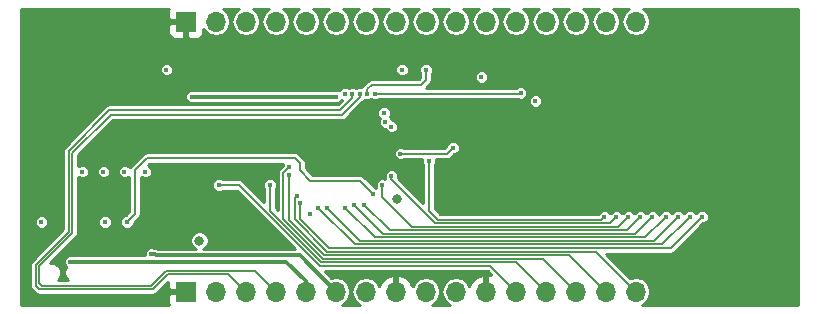
<source format=gbr>
G04 #@! TF.FileFunction,Copper,L4,Bot,Signal*
%FSLAX46Y46*%
G04 Gerber Fmt 4.6, Leading zero omitted, Abs format (unit mm)*
G04 Created by KiCad (PCBNEW 4.0.5) date 02/16/17 10:34:01*
%MOMM*%
%LPD*%
G01*
G04 APERTURE LIST*
%ADD10C,0.100000*%
%ADD11C,0.400000*%
%ADD12R,1.700000X1.700000*%
%ADD13O,1.700000X1.700000*%
%ADD14C,0.800000*%
%ADD15C,0.300000*%
%ADD16C,0.200000*%
%ADD17C,0.254000*%
G04 APERTURE END LIST*
D10*
D11*
X87500000Y-85000000D03*
X87500000Y-86000000D03*
X87500000Y-99000000D03*
X87500000Y-100000000D03*
X151500000Y-98000000D03*
X152500000Y-99000000D03*
X152500000Y-98000000D03*
X152500000Y-97000000D03*
X149500000Y-102000000D03*
X151500000Y-102000000D03*
X151500000Y-104000000D03*
X150500000Y-102000000D03*
X87500000Y-98000000D03*
X89500000Y-97000000D03*
X88500000Y-87000000D03*
X87500000Y-87000000D03*
X88500000Y-88000000D03*
X89500000Y-88000000D03*
X88500000Y-96000000D03*
X89500000Y-96000000D03*
X144000000Y-103000000D03*
X145000000Y-106000000D03*
X144000000Y-106000000D03*
X147000000Y-102000000D03*
X152500000Y-102000000D03*
X146000000Y-102000000D03*
X145000000Y-104000000D03*
X151500000Y-105000000D03*
X88500000Y-97000000D03*
X87500000Y-97000000D03*
X87500000Y-88000000D03*
X89500000Y-87000000D03*
X152500000Y-105000000D03*
X145000000Y-103000000D03*
X145000000Y-105000000D03*
X151500000Y-106000000D03*
X144000000Y-105000000D03*
X144000000Y-104000000D03*
X152500000Y-103000000D03*
X152500000Y-104000000D03*
X144000000Y-102000000D03*
X152500000Y-106000000D03*
X151500000Y-97000000D03*
X151500000Y-96000000D03*
X145000000Y-102000000D03*
X151500000Y-103000000D03*
X151500000Y-99000000D03*
X88500000Y-90000000D03*
X89500000Y-90000000D03*
X88500000Y-94000000D03*
X89500000Y-94000000D03*
X87500000Y-103000000D03*
X87500000Y-104000000D03*
X87500000Y-102000000D03*
X87500000Y-101000000D03*
X87500000Y-94000000D03*
X89500000Y-93000000D03*
X88500000Y-93000000D03*
X87500000Y-93000000D03*
X89500000Y-89000000D03*
X87500000Y-90000000D03*
X87500000Y-95000000D03*
X88500000Y-95000000D03*
X87500000Y-105000000D03*
X87500000Y-106000000D03*
X87500000Y-96000000D03*
X89500000Y-95000000D03*
X88500000Y-89000000D03*
X87500000Y-89000000D03*
X152500000Y-89000000D03*
X151500000Y-89000000D03*
X152500000Y-86000000D03*
X151500000Y-86000000D03*
X151500000Y-82000000D03*
X152500000Y-82000000D03*
X152500000Y-84000000D03*
X151500000Y-85000000D03*
X152500000Y-85000000D03*
X151500000Y-87000000D03*
X152500000Y-83000000D03*
X151500000Y-83000000D03*
X151500000Y-88000000D03*
X152500000Y-88000000D03*
X152500000Y-90000000D03*
X152500000Y-87000000D03*
X151500000Y-84000000D03*
X152500000Y-93000000D03*
X151500000Y-94000000D03*
X152500000Y-94000000D03*
X152500000Y-92000000D03*
X152500000Y-91000000D03*
X152500000Y-95000000D03*
X151500000Y-95000000D03*
X87500000Y-84000000D03*
X152500000Y-96000000D03*
X87500000Y-83000000D03*
D12*
X101092000Y-82550000D03*
D13*
X103632000Y-82550000D03*
X106172000Y-82550000D03*
X108712000Y-82550000D03*
X111252000Y-82550000D03*
X113792000Y-82550000D03*
X116332000Y-82550000D03*
X118872000Y-82550000D03*
X121412000Y-82550000D03*
X123952000Y-82550000D03*
X126492000Y-82550000D03*
X129032000Y-82550000D03*
X131572000Y-82550000D03*
X134112000Y-82550000D03*
X136652000Y-82550000D03*
X139192000Y-82550000D03*
D12*
X101092000Y-105410000D03*
D13*
X103632000Y-105410000D03*
X106172000Y-105410000D03*
X108712000Y-105410000D03*
X111252000Y-105410000D03*
X113792000Y-105410000D03*
X116332000Y-105410000D03*
X118872000Y-105410000D03*
X121412000Y-105410000D03*
X123952000Y-105410000D03*
X126492000Y-105410000D03*
X129032000Y-105410000D03*
X131572000Y-105410000D03*
X134112000Y-105410000D03*
X136652000Y-105410000D03*
X139192000Y-105410000D03*
D11*
X87500000Y-82000000D03*
X115714750Y-94886750D03*
X114602250Y-94886750D03*
X113489750Y-94886750D03*
X112377250Y-94886750D03*
X115714750Y-93774250D03*
X114602250Y-93774250D03*
X113489750Y-93774250D03*
X112377250Y-93774250D03*
X115714750Y-92661750D03*
X114602250Y-92661750D03*
X113489750Y-92661750D03*
X112377250Y-92661750D03*
X115714750Y-91549250D03*
X114602250Y-91549250D03*
X113489750Y-91549250D03*
X112377250Y-91549250D03*
X111633000Y-98806000D03*
X119380000Y-86614000D03*
X97663000Y-95250000D03*
X95885000Y-95250000D03*
X94107000Y-95250000D03*
X92329000Y-95250000D03*
X99441000Y-86614000D03*
X101600000Y-88900000D03*
X112268000Y-88900000D03*
X113792000Y-88900000D03*
X94260000Y-99500000D03*
X88860000Y-99500000D03*
X91313000Y-102870000D03*
X98171000Y-102235000D03*
X116967000Y-97155000D03*
X96100000Y-99500000D03*
D14*
X118999000Y-97536000D03*
X102235000Y-101092000D03*
D11*
X115824000Y-88646000D03*
X115189000Y-88646000D03*
X109855000Y-94869000D03*
X109855000Y-95504000D03*
X103886000Y-96393000D03*
X108204000Y-96393000D03*
X110490000Y-97282000D03*
X144780000Y-99060000D03*
X110744000Y-97917000D03*
X143764000Y-99060000D03*
X112268000Y-98298000D03*
X142748000Y-99060000D03*
X113030000Y-98298000D03*
X141732000Y-99060000D03*
X114554000Y-98298000D03*
X140589000Y-99060000D03*
X115316000Y-98044000D03*
X139573000Y-99060000D03*
X116205000Y-98044000D03*
X119253000Y-93726000D03*
X123698000Y-93218000D03*
X121412000Y-86614000D03*
X116459000Y-88646000D03*
X114554000Y-88646000D03*
X129421705Y-88585405D03*
X117094000Y-88646000D03*
X117856000Y-90297000D03*
X117983000Y-91059000D03*
X118491000Y-91440000D03*
X136525000Y-99060000D03*
X121666000Y-94361000D03*
X126111000Y-87249000D03*
X137541000Y-99060000D03*
X118491000Y-95631000D03*
X117729000Y-96393000D03*
X130683000Y-89281000D03*
X138557000Y-99060000D03*
D15*
X112268000Y-88900000D02*
X101600000Y-88900000D01*
X112268000Y-88900000D02*
X113665000Y-88900000D01*
X111252000Y-105410000D02*
X111252000Y-104521000D01*
X109601000Y-102870000D02*
X91313000Y-102870000D01*
X111252000Y-104521000D02*
X109601000Y-102870000D01*
X98453842Y-102235000D02*
X98171000Y-102235000D01*
X110724044Y-102342044D02*
X98560886Y-102342044D01*
X98560886Y-102342044D02*
X98453842Y-102235000D01*
X113792000Y-105410000D02*
X110724044Y-102342044D01*
D16*
X96100000Y-99500000D02*
X96774000Y-98826000D01*
X110744000Y-95123000D02*
X111633000Y-96012000D01*
X96774000Y-98826000D02*
X96774000Y-95123000D01*
X96774000Y-95123000D02*
X97790000Y-94107000D01*
X97790000Y-94107000D02*
X110363000Y-94107000D01*
X115824000Y-96012000D02*
X116967000Y-97155000D01*
X110363000Y-94107000D02*
X110744000Y-94488000D01*
X110744000Y-94488000D02*
X110744000Y-95123000D01*
X111633000Y-96012000D02*
X115824000Y-96012000D01*
X114300000Y-90424000D02*
X115824000Y-88900000D01*
X94742000Y-90424000D02*
X114300000Y-90424000D01*
X91486011Y-93679989D02*
X94742000Y-90424000D01*
X91486011Y-100454268D02*
X91486011Y-93679989D01*
X88900000Y-104902000D02*
X88692011Y-104694011D01*
X88692011Y-103248267D02*
X91486011Y-100454268D01*
X88692011Y-104694011D02*
X88692011Y-103248267D01*
X98171000Y-104902000D02*
X88900000Y-104902000D01*
X106934000Y-103632000D02*
X99441000Y-103632000D01*
X108712000Y-105410000D02*
X106934000Y-103632000D01*
X99441000Y-103632000D02*
X98171000Y-104902000D01*
X115824000Y-88646000D02*
X115824000Y-88900000D01*
X106172000Y-105410000D02*
X104694011Y-103932011D01*
X104694011Y-103932011D02*
X99565268Y-103932011D01*
X99565268Y-103932011D02*
X98295268Y-105202011D01*
X91186000Y-100330000D02*
X91186000Y-93472000D01*
X98295268Y-105202011D02*
X88692011Y-105202011D01*
X88692011Y-105202011D02*
X88392000Y-104902000D01*
X88392000Y-104902000D02*
X88392000Y-103124000D01*
X88392000Y-103124000D02*
X91186000Y-100330000D01*
X115189000Y-89027000D02*
X115189000Y-88646000D01*
X91186000Y-93472000D02*
X94615000Y-90043000D01*
X94615000Y-90043000D02*
X114173000Y-90043000D01*
X114173000Y-90043000D02*
X115189000Y-89027000D01*
X133262001Y-104560001D02*
X134112000Y-105410000D01*
X131316119Y-102614119D02*
X133262001Y-104560001D01*
X112687562Y-102614119D02*
X131316119Y-102614119D01*
X109347000Y-99273557D02*
X112687562Y-102614119D01*
X109347000Y-95377000D02*
X109347000Y-99273557D01*
X109855000Y-94869000D02*
X109347000Y-95377000D01*
X112811830Y-102314108D02*
X133556108Y-102314108D01*
X133556108Y-102314108D02*
X135802001Y-104560001D01*
X135802001Y-104560001D02*
X136652000Y-105410000D01*
X109855000Y-99357278D02*
X112811830Y-102314108D01*
X109855000Y-95504000D02*
X109855000Y-99357278D01*
X105617885Y-96393000D02*
X112439026Y-103214141D01*
X128182001Y-104560001D02*
X129032000Y-105410000D01*
X112439026Y-103214141D02*
X126836141Y-103214141D01*
X103886000Y-96393000D02*
X105617885Y-96393000D01*
X126836141Y-103214141D02*
X128182001Y-104560001D01*
X129076130Y-102914130D02*
X130722001Y-104560001D01*
X108204000Y-96393000D02*
X108204000Y-98554836D01*
X130722001Y-104560001D02*
X131572000Y-105410000D01*
X112563294Y-102914130D02*
X129076130Y-102914130D01*
X108204000Y-98554836D02*
X112563294Y-102914130D01*
X110290001Y-99284280D02*
X113019818Y-102014097D01*
X113019818Y-102014097D02*
X135796097Y-102014097D01*
X110290001Y-97481999D02*
X110290001Y-99284280D01*
X110490000Y-97282000D02*
X110290001Y-97481999D01*
X135796097Y-102014097D02*
X138342001Y-104560001D01*
X138342001Y-104560001D02*
X139192000Y-105410000D01*
X144580001Y-99259999D02*
X144780000Y-99060000D01*
X110744000Y-99230279D02*
X113227807Y-101714086D01*
X113227807Y-101714086D02*
X142125914Y-101714086D01*
X142125914Y-101714086D02*
X144580001Y-99259999D01*
X110744000Y-97917000D02*
X110744000Y-99230279D01*
X143564001Y-99259999D02*
X143764000Y-99060000D01*
X112268000Y-98298000D02*
X115384075Y-101414075D01*
X115384075Y-101414075D02*
X141409925Y-101414075D01*
X141409925Y-101414075D02*
X143564001Y-99259999D01*
X142548001Y-99259999D02*
X142748000Y-99060000D01*
X140693936Y-101114064D02*
X142548001Y-99259999D01*
X115846064Y-101114064D02*
X140693936Y-101114064D01*
X113030000Y-98298000D02*
X115846064Y-101114064D01*
X141532001Y-99259999D02*
X141732000Y-99060000D01*
X114554000Y-98298000D02*
X117070053Y-100814053D01*
X117070053Y-100814053D02*
X139977947Y-100814053D01*
X139977947Y-100814053D02*
X141532001Y-99259999D01*
X139134958Y-100514042D02*
X140389001Y-99259999D01*
X115316000Y-98044000D02*
X117786042Y-100514042D01*
X140389001Y-99259999D02*
X140589000Y-99060000D01*
X117786042Y-100514042D02*
X139134958Y-100514042D01*
X138418969Y-100214031D02*
X139373001Y-99259999D01*
X139373001Y-99259999D02*
X139573000Y-99060000D01*
X118375031Y-100214031D02*
X138418969Y-100214031D01*
X116205000Y-98044000D02*
X118375031Y-100214031D01*
X123190000Y-93726000D02*
X119253000Y-93726000D01*
X123698000Y-93218000D02*
X123190000Y-93726000D01*
X116459000Y-88646000D02*
X116459000Y-88265000D01*
X121412000Y-87503000D02*
X121412000Y-86614000D01*
X121031000Y-87884000D02*
X121412000Y-87503000D01*
X116840000Y-87884000D02*
X121031000Y-87884000D01*
X116459000Y-88265000D02*
X116840000Y-87884000D01*
X117094000Y-88646000D02*
X129361110Y-88646000D01*
X129361110Y-88646000D02*
X129421705Y-88585405D01*
X122428000Y-99314000D02*
X136271000Y-99314000D01*
X136271000Y-99314000D02*
X136525000Y-99060000D01*
X121666000Y-98552000D02*
X122428000Y-99314000D01*
X121666000Y-94361000D02*
X121666000Y-98552000D01*
X118491000Y-95913842D02*
X122191167Y-99614009D01*
X137341001Y-99259999D02*
X137541000Y-99060000D01*
X136986991Y-99614009D02*
X137341001Y-99259999D01*
X122191167Y-99614009D02*
X136986991Y-99614009D01*
X118491000Y-95631000D02*
X118491000Y-95913842D01*
X138557000Y-99060000D02*
X137702980Y-99914020D01*
X137702980Y-99914020D02*
X120234020Y-99914020D01*
X120234020Y-99914020D02*
X117729000Y-97409000D01*
X117729000Y-97409000D02*
X117729000Y-96393000D01*
D17*
G36*
X99607000Y-81573691D02*
X99607000Y-82264250D01*
X99765750Y-82423000D01*
X100965000Y-82423000D01*
X100965000Y-82403000D01*
X101219000Y-82403000D01*
X101219000Y-82423000D01*
X101239000Y-82423000D01*
X101239000Y-82677000D01*
X101219000Y-82677000D01*
X101219000Y-83876250D01*
X101377750Y-84035000D01*
X102068310Y-84035000D01*
X102301699Y-83938327D01*
X102480327Y-83759698D01*
X102577000Y-83526309D01*
X102577000Y-83168364D01*
X102761552Y-83444565D01*
X103160917Y-83711413D01*
X103632000Y-83805117D01*
X104103083Y-83711413D01*
X104502448Y-83444565D01*
X104769296Y-83045200D01*
X104863000Y-82574117D01*
X104863000Y-82525883D01*
X104769296Y-82054800D01*
X104502448Y-81655435D01*
X104203973Y-81456000D01*
X105600027Y-81456000D01*
X105301552Y-81655435D01*
X105034704Y-82054800D01*
X104941000Y-82525883D01*
X104941000Y-82574117D01*
X105034704Y-83045200D01*
X105301552Y-83444565D01*
X105700917Y-83711413D01*
X106172000Y-83805117D01*
X106643083Y-83711413D01*
X107042448Y-83444565D01*
X107309296Y-83045200D01*
X107403000Y-82574117D01*
X107403000Y-82525883D01*
X107309296Y-82054800D01*
X107042448Y-81655435D01*
X106743973Y-81456000D01*
X108140027Y-81456000D01*
X107841552Y-81655435D01*
X107574704Y-82054800D01*
X107481000Y-82525883D01*
X107481000Y-82574117D01*
X107574704Y-83045200D01*
X107841552Y-83444565D01*
X108240917Y-83711413D01*
X108712000Y-83805117D01*
X109183083Y-83711413D01*
X109582448Y-83444565D01*
X109849296Y-83045200D01*
X109943000Y-82574117D01*
X109943000Y-82525883D01*
X109849296Y-82054800D01*
X109582448Y-81655435D01*
X109283973Y-81456000D01*
X110680027Y-81456000D01*
X110381552Y-81655435D01*
X110114704Y-82054800D01*
X110021000Y-82525883D01*
X110021000Y-82574117D01*
X110114704Y-83045200D01*
X110381552Y-83444565D01*
X110780917Y-83711413D01*
X111252000Y-83805117D01*
X111723083Y-83711413D01*
X112122448Y-83444565D01*
X112389296Y-83045200D01*
X112483000Y-82574117D01*
X112483000Y-82525883D01*
X112389296Y-82054800D01*
X112122448Y-81655435D01*
X111823973Y-81456000D01*
X113220027Y-81456000D01*
X112921552Y-81655435D01*
X112654704Y-82054800D01*
X112561000Y-82525883D01*
X112561000Y-82574117D01*
X112654704Y-83045200D01*
X112921552Y-83444565D01*
X113320917Y-83711413D01*
X113792000Y-83805117D01*
X114263083Y-83711413D01*
X114662448Y-83444565D01*
X114929296Y-83045200D01*
X115023000Y-82574117D01*
X115023000Y-82525883D01*
X114929296Y-82054800D01*
X114662448Y-81655435D01*
X114363973Y-81456000D01*
X115760027Y-81456000D01*
X115461552Y-81655435D01*
X115194704Y-82054800D01*
X115101000Y-82525883D01*
X115101000Y-82574117D01*
X115194704Y-83045200D01*
X115461552Y-83444565D01*
X115860917Y-83711413D01*
X116332000Y-83805117D01*
X116803083Y-83711413D01*
X117202448Y-83444565D01*
X117469296Y-83045200D01*
X117563000Y-82574117D01*
X117563000Y-82525883D01*
X117469296Y-82054800D01*
X117202448Y-81655435D01*
X116903973Y-81456000D01*
X118300027Y-81456000D01*
X118001552Y-81655435D01*
X117734704Y-82054800D01*
X117641000Y-82525883D01*
X117641000Y-82574117D01*
X117734704Y-83045200D01*
X118001552Y-83444565D01*
X118400917Y-83711413D01*
X118872000Y-83805117D01*
X119343083Y-83711413D01*
X119742448Y-83444565D01*
X120009296Y-83045200D01*
X120103000Y-82574117D01*
X120103000Y-82525883D01*
X120009296Y-82054800D01*
X119742448Y-81655435D01*
X119443973Y-81456000D01*
X120840027Y-81456000D01*
X120541552Y-81655435D01*
X120274704Y-82054800D01*
X120181000Y-82525883D01*
X120181000Y-82574117D01*
X120274704Y-83045200D01*
X120541552Y-83444565D01*
X120940917Y-83711413D01*
X121412000Y-83805117D01*
X121883083Y-83711413D01*
X122282448Y-83444565D01*
X122549296Y-83045200D01*
X122643000Y-82574117D01*
X122643000Y-82525883D01*
X122549296Y-82054800D01*
X122282448Y-81655435D01*
X121983973Y-81456000D01*
X123380027Y-81456000D01*
X123081552Y-81655435D01*
X122814704Y-82054800D01*
X122721000Y-82525883D01*
X122721000Y-82574117D01*
X122814704Y-83045200D01*
X123081552Y-83444565D01*
X123480917Y-83711413D01*
X123952000Y-83805117D01*
X124423083Y-83711413D01*
X124822448Y-83444565D01*
X125089296Y-83045200D01*
X125183000Y-82574117D01*
X125183000Y-82525883D01*
X125089296Y-82054800D01*
X124822448Y-81655435D01*
X124523973Y-81456000D01*
X125920027Y-81456000D01*
X125621552Y-81655435D01*
X125354704Y-82054800D01*
X125261000Y-82525883D01*
X125261000Y-82574117D01*
X125354704Y-83045200D01*
X125621552Y-83444565D01*
X126020917Y-83711413D01*
X126492000Y-83805117D01*
X126963083Y-83711413D01*
X127362448Y-83444565D01*
X127629296Y-83045200D01*
X127723000Y-82574117D01*
X127723000Y-82525883D01*
X127629296Y-82054800D01*
X127362448Y-81655435D01*
X127063973Y-81456000D01*
X128460027Y-81456000D01*
X128161552Y-81655435D01*
X127894704Y-82054800D01*
X127801000Y-82525883D01*
X127801000Y-82574117D01*
X127894704Y-83045200D01*
X128161552Y-83444565D01*
X128560917Y-83711413D01*
X129032000Y-83805117D01*
X129503083Y-83711413D01*
X129902448Y-83444565D01*
X130169296Y-83045200D01*
X130263000Y-82574117D01*
X130263000Y-82525883D01*
X130169296Y-82054800D01*
X129902448Y-81655435D01*
X129603973Y-81456000D01*
X131000027Y-81456000D01*
X130701552Y-81655435D01*
X130434704Y-82054800D01*
X130341000Y-82525883D01*
X130341000Y-82574117D01*
X130434704Y-83045200D01*
X130701552Y-83444565D01*
X131100917Y-83711413D01*
X131572000Y-83805117D01*
X132043083Y-83711413D01*
X132442448Y-83444565D01*
X132709296Y-83045200D01*
X132803000Y-82574117D01*
X132803000Y-82525883D01*
X132709296Y-82054800D01*
X132442448Y-81655435D01*
X132143973Y-81456000D01*
X133540027Y-81456000D01*
X133241552Y-81655435D01*
X132974704Y-82054800D01*
X132881000Y-82525883D01*
X132881000Y-82574117D01*
X132974704Y-83045200D01*
X133241552Y-83444565D01*
X133640917Y-83711413D01*
X134112000Y-83805117D01*
X134583083Y-83711413D01*
X134982448Y-83444565D01*
X135249296Y-83045200D01*
X135343000Y-82574117D01*
X135343000Y-82525883D01*
X135249296Y-82054800D01*
X134982448Y-81655435D01*
X134683973Y-81456000D01*
X136080027Y-81456000D01*
X135781552Y-81655435D01*
X135514704Y-82054800D01*
X135421000Y-82525883D01*
X135421000Y-82574117D01*
X135514704Y-83045200D01*
X135781552Y-83444565D01*
X136180917Y-83711413D01*
X136652000Y-83805117D01*
X137123083Y-83711413D01*
X137522448Y-83444565D01*
X137789296Y-83045200D01*
X137883000Y-82574117D01*
X137883000Y-82525883D01*
X137789296Y-82054800D01*
X137522448Y-81655435D01*
X137223973Y-81456000D01*
X138620027Y-81456000D01*
X138321552Y-81655435D01*
X138054704Y-82054800D01*
X137961000Y-82525883D01*
X137961000Y-82574117D01*
X138054704Y-83045200D01*
X138321552Y-83444565D01*
X138720917Y-83711413D01*
X139192000Y-83805117D01*
X139663083Y-83711413D01*
X140062448Y-83444565D01*
X140329296Y-83045200D01*
X140423000Y-82574117D01*
X140423000Y-82525883D01*
X140329296Y-82054800D01*
X140062448Y-81655435D01*
X139763973Y-81456000D01*
X152873000Y-81456000D01*
X152873000Y-106544000D01*
X139704109Y-106544000D01*
X140062448Y-106304565D01*
X140329296Y-105905200D01*
X140423000Y-105434117D01*
X140423000Y-105385883D01*
X140329296Y-104914800D01*
X140062448Y-104515435D01*
X139663083Y-104248587D01*
X139192000Y-104154883D01*
X138720917Y-104248587D01*
X138714866Y-104252630D01*
X136657322Y-102195086D01*
X142125914Y-102195086D01*
X142309985Y-102158472D01*
X142466032Y-102054204D01*
X144879150Y-99641086D01*
X144895061Y-99641100D01*
X145108680Y-99552835D01*
X145272260Y-99389540D01*
X145360898Y-99176075D01*
X145361100Y-98944939D01*
X145272835Y-98731320D01*
X145109540Y-98567740D01*
X144896075Y-98479102D01*
X144664939Y-98478900D01*
X144451320Y-98567165D01*
X144287740Y-98730460D01*
X144272071Y-98768195D01*
X144256835Y-98731320D01*
X144093540Y-98567740D01*
X143880075Y-98479102D01*
X143648939Y-98478900D01*
X143435320Y-98567165D01*
X143271740Y-98730460D01*
X143256071Y-98768195D01*
X143240835Y-98731320D01*
X143077540Y-98567740D01*
X142864075Y-98479102D01*
X142632939Y-98478900D01*
X142419320Y-98567165D01*
X142255740Y-98730460D01*
X142240071Y-98768195D01*
X142224835Y-98731320D01*
X142061540Y-98567740D01*
X141848075Y-98479102D01*
X141616939Y-98478900D01*
X141403320Y-98567165D01*
X141239740Y-98730460D01*
X141160414Y-98921498D01*
X141081835Y-98731320D01*
X140918540Y-98567740D01*
X140705075Y-98479102D01*
X140473939Y-98478900D01*
X140260320Y-98567165D01*
X140096740Y-98730460D01*
X140081071Y-98768195D01*
X140065835Y-98731320D01*
X139902540Y-98567740D01*
X139689075Y-98479102D01*
X139457939Y-98478900D01*
X139244320Y-98567165D01*
X139080740Y-98730460D01*
X139065071Y-98768195D01*
X139049835Y-98731320D01*
X138886540Y-98567740D01*
X138673075Y-98479102D01*
X138441939Y-98478900D01*
X138228320Y-98567165D01*
X138064740Y-98730460D01*
X138049071Y-98768195D01*
X138033835Y-98731320D01*
X137870540Y-98567740D01*
X137657075Y-98479102D01*
X137425939Y-98478900D01*
X137212320Y-98567165D01*
X137048740Y-98730460D01*
X137033071Y-98768195D01*
X137017835Y-98731320D01*
X136854540Y-98567740D01*
X136641075Y-98479102D01*
X136409939Y-98478900D01*
X136196320Y-98567165D01*
X136032740Y-98730460D01*
X135990162Y-98833000D01*
X122627237Y-98833000D01*
X122147000Y-98352764D01*
X122147000Y-94701780D01*
X122158260Y-94690540D01*
X122246898Y-94477075D01*
X122247100Y-94245939D01*
X122231011Y-94207000D01*
X123190000Y-94207000D01*
X123374071Y-94170386D01*
X123530118Y-94066118D01*
X123797150Y-93799086D01*
X123813061Y-93799100D01*
X124026680Y-93710835D01*
X124190260Y-93547540D01*
X124278898Y-93334075D01*
X124279100Y-93102939D01*
X124190835Y-92889320D01*
X124027540Y-92725740D01*
X123814075Y-92637102D01*
X123582939Y-92636900D01*
X123369320Y-92725165D01*
X123205740Y-92888460D01*
X123117102Y-93101925D01*
X123117087Y-93118676D01*
X122990764Y-93245000D01*
X119593780Y-93245000D01*
X119582540Y-93233740D01*
X119369075Y-93145102D01*
X119137939Y-93144900D01*
X118924320Y-93233165D01*
X118760740Y-93396460D01*
X118672102Y-93609925D01*
X118671900Y-93841061D01*
X118760165Y-94054680D01*
X118923460Y-94218260D01*
X119136925Y-94306898D01*
X119368061Y-94307100D01*
X119581680Y-94218835D01*
X119593536Y-94207000D01*
X121100850Y-94207000D01*
X121085102Y-94244925D01*
X121084900Y-94476061D01*
X121173165Y-94689680D01*
X121185000Y-94701536D01*
X121185000Y-97927605D01*
X119052114Y-95794720D01*
X119071898Y-95747075D01*
X119072100Y-95515939D01*
X118983835Y-95302320D01*
X118820540Y-95138740D01*
X118607075Y-95050102D01*
X118375939Y-95049900D01*
X118162320Y-95138165D01*
X117998740Y-95301460D01*
X117910102Y-95514925D01*
X117909900Y-95746061D01*
X117956264Y-95858272D01*
X117845075Y-95812102D01*
X117613939Y-95811900D01*
X117400320Y-95900165D01*
X117236740Y-96063460D01*
X117148102Y-96276925D01*
X117147900Y-96508061D01*
X117194264Y-96620272D01*
X117083075Y-96574102D01*
X117066323Y-96574087D01*
X116164118Y-95671882D01*
X116008071Y-95567614D01*
X116006925Y-95567386D01*
X115824000Y-95531000D01*
X111832236Y-95531000D01*
X111225000Y-94923764D01*
X111225000Y-94488000D01*
X111188386Y-94303929D01*
X111084118Y-94147881D01*
X110703118Y-93766882D01*
X110547071Y-93662614D01*
X110363000Y-93626000D01*
X97790000Y-93626000D01*
X97605929Y-93662614D01*
X97533762Y-93710835D01*
X97449882Y-93766882D01*
X96433882Y-94782882D01*
X96355997Y-94899444D01*
X96214540Y-94757740D01*
X96001075Y-94669102D01*
X95769939Y-94668900D01*
X95556320Y-94757165D01*
X95392740Y-94920460D01*
X95304102Y-95133925D01*
X95303900Y-95365061D01*
X95392165Y-95578680D01*
X95555460Y-95742260D01*
X95768925Y-95830898D01*
X96000061Y-95831100D01*
X96213680Y-95742835D01*
X96293000Y-95663653D01*
X96293000Y-98626764D01*
X96000850Y-98918914D01*
X95984939Y-98918900D01*
X95771320Y-99007165D01*
X95607740Y-99170460D01*
X95519102Y-99383925D01*
X95518900Y-99615061D01*
X95607165Y-99828680D01*
X95770460Y-99992260D01*
X95983925Y-100080898D01*
X96215061Y-100081100D01*
X96428680Y-99992835D01*
X96592260Y-99829540D01*
X96680898Y-99616075D01*
X96680913Y-99599323D01*
X97114118Y-99166118D01*
X97165322Y-99089486D01*
X97218386Y-99010071D01*
X97255000Y-98826000D01*
X97255000Y-95663663D01*
X97333460Y-95742260D01*
X97546925Y-95830898D01*
X97778061Y-95831100D01*
X97991680Y-95742835D01*
X98155260Y-95579540D01*
X98243898Y-95366075D01*
X98244100Y-95134939D01*
X98155835Y-94921320D01*
X97992540Y-94757740D01*
X97870268Y-94706968D01*
X97989236Y-94588000D01*
X109342585Y-94588000D01*
X109274102Y-94752925D01*
X109274087Y-94769676D01*
X109006882Y-95036882D01*
X108902614Y-95192929D01*
X108866000Y-95377000D01*
X108866000Y-98536600D01*
X108685000Y-98355600D01*
X108685000Y-96733780D01*
X108696260Y-96722540D01*
X108784898Y-96509075D01*
X108785100Y-96277939D01*
X108696835Y-96064320D01*
X108533540Y-95900740D01*
X108320075Y-95812102D01*
X108088939Y-95811900D01*
X107875320Y-95900165D01*
X107711740Y-96063460D01*
X107623102Y-96276925D01*
X107622900Y-96508061D01*
X107711165Y-96721680D01*
X107723000Y-96733536D01*
X107723000Y-97817879D01*
X105958003Y-96052882D01*
X105801956Y-95948614D01*
X105617885Y-95912000D01*
X104226780Y-95912000D01*
X104215540Y-95900740D01*
X104002075Y-95812102D01*
X103770939Y-95811900D01*
X103557320Y-95900165D01*
X103393740Y-96063460D01*
X103305102Y-96276925D01*
X103304900Y-96508061D01*
X103393165Y-96721680D01*
X103556460Y-96885260D01*
X103769925Y-96973898D01*
X104001061Y-96974100D01*
X104214680Y-96885835D01*
X104226536Y-96874000D01*
X105418649Y-96874000D01*
X110355693Y-101811044D01*
X102539943Y-101811044D01*
X102676823Y-101754486D01*
X102896714Y-101534979D01*
X103015864Y-101248032D01*
X103016136Y-100937331D01*
X102897486Y-100650177D01*
X102677979Y-100430286D01*
X102391032Y-100311136D01*
X102080331Y-100310864D01*
X101793177Y-100429514D01*
X101573286Y-100649021D01*
X101454136Y-100935968D01*
X101453864Y-101246669D01*
X101572514Y-101533823D01*
X101792021Y-101753714D01*
X101930088Y-101811044D01*
X98756757Y-101811044D01*
X98657047Y-101744420D01*
X98453842Y-101704000D01*
X98407243Y-101704000D01*
X98287075Y-101654102D01*
X98055939Y-101653900D01*
X97842320Y-101742165D01*
X97678740Y-101905460D01*
X97590102Y-102118925D01*
X97589910Y-102339000D01*
X91549243Y-102339000D01*
X91429075Y-102289102D01*
X91197939Y-102288900D01*
X90984320Y-102377165D01*
X90820740Y-102540460D01*
X90732102Y-102753925D01*
X90731900Y-102985061D01*
X90820165Y-103198680D01*
X90935827Y-103314544D01*
X90898786Y-103351521D01*
X90779636Y-103638468D01*
X90779364Y-103949169D01*
X90898014Y-104236323D01*
X91082368Y-104421000D01*
X90238372Y-104421000D01*
X90422214Y-104237479D01*
X90541364Y-103950532D01*
X90541636Y-103639831D01*
X90422986Y-103352677D01*
X90203479Y-103132786D01*
X89916532Y-103013636D01*
X89607149Y-103013365D01*
X91826129Y-100794386D01*
X91930397Y-100638339D01*
X91955115Y-100514071D01*
X91967011Y-100454268D01*
X91967011Y-99615061D01*
X93678900Y-99615061D01*
X93767165Y-99828680D01*
X93930460Y-99992260D01*
X94143925Y-100080898D01*
X94375061Y-100081100D01*
X94588680Y-99992835D01*
X94752260Y-99829540D01*
X94840898Y-99616075D01*
X94841100Y-99384939D01*
X94752835Y-99171320D01*
X94589540Y-99007740D01*
X94376075Y-98919102D01*
X94144939Y-98918900D01*
X93931320Y-99007165D01*
X93767740Y-99170460D01*
X93679102Y-99383925D01*
X93678900Y-99615061D01*
X91967011Y-99615061D01*
X91967011Y-95709754D01*
X91999460Y-95742260D01*
X92212925Y-95830898D01*
X92444061Y-95831100D01*
X92657680Y-95742835D01*
X92821260Y-95579540D01*
X92909898Y-95366075D01*
X92909898Y-95365061D01*
X93525900Y-95365061D01*
X93614165Y-95578680D01*
X93777460Y-95742260D01*
X93990925Y-95830898D01*
X94222061Y-95831100D01*
X94435680Y-95742835D01*
X94599260Y-95579540D01*
X94687898Y-95366075D01*
X94688100Y-95134939D01*
X94599835Y-94921320D01*
X94436540Y-94757740D01*
X94223075Y-94669102D01*
X93991939Y-94668900D01*
X93778320Y-94757165D01*
X93614740Y-94920460D01*
X93526102Y-95133925D01*
X93525900Y-95365061D01*
X92909898Y-95365061D01*
X92910100Y-95134939D01*
X92821835Y-94921320D01*
X92658540Y-94757740D01*
X92445075Y-94669102D01*
X92213939Y-94668900D01*
X92000320Y-94757165D01*
X91967011Y-94790416D01*
X91967011Y-93879225D01*
X94941237Y-90905000D01*
X114300000Y-90905000D01*
X114484071Y-90868386D01*
X114640118Y-90764118D01*
X114992175Y-90412061D01*
X117274900Y-90412061D01*
X117363165Y-90625680D01*
X117483697Y-90746422D01*
X117402102Y-90942925D01*
X117401900Y-91174061D01*
X117490165Y-91387680D01*
X117653460Y-91551260D01*
X117866925Y-91639898D01*
X117944982Y-91639966D01*
X117998165Y-91768680D01*
X118161460Y-91932260D01*
X118374925Y-92020898D01*
X118606061Y-92021100D01*
X118819680Y-91932835D01*
X118983260Y-91769540D01*
X119071898Y-91556075D01*
X119072100Y-91324939D01*
X118983835Y-91111320D01*
X118820540Y-90947740D01*
X118607075Y-90859102D01*
X118529018Y-90859034D01*
X118475835Y-90730320D01*
X118355303Y-90609578D01*
X118436898Y-90413075D01*
X118437100Y-90181939D01*
X118348835Y-89968320D01*
X118185540Y-89804740D01*
X117972075Y-89716102D01*
X117740939Y-89715900D01*
X117527320Y-89804165D01*
X117363740Y-89967460D01*
X117275102Y-90180925D01*
X117274900Y-90412061D01*
X114992175Y-90412061D01*
X116008175Y-89396061D01*
X130101900Y-89396061D01*
X130190165Y-89609680D01*
X130353460Y-89773260D01*
X130566925Y-89861898D01*
X130798061Y-89862100D01*
X131011680Y-89773835D01*
X131175260Y-89610540D01*
X131263898Y-89397075D01*
X131264100Y-89165939D01*
X131175835Y-88952320D01*
X131012540Y-88788740D01*
X130799075Y-88700102D01*
X130567939Y-88699900D01*
X130354320Y-88788165D01*
X130190740Y-88951460D01*
X130102102Y-89164925D01*
X130101900Y-89396061D01*
X116008175Y-89396061D01*
X116164118Y-89240119D01*
X116209869Y-89171648D01*
X116342925Y-89226898D01*
X116574061Y-89227100D01*
X116776735Y-89143357D01*
X116977925Y-89226898D01*
X117209061Y-89227100D01*
X117422680Y-89138835D01*
X117434536Y-89127000D01*
X129210977Y-89127000D01*
X129305630Y-89166303D01*
X129536766Y-89166505D01*
X129750385Y-89078240D01*
X129913965Y-88914945D01*
X130002603Y-88701480D01*
X130002805Y-88470344D01*
X129914540Y-88256725D01*
X129751245Y-88093145D01*
X129537780Y-88004507D01*
X129306644Y-88004305D01*
X129093025Y-88092570D01*
X129020469Y-88165000D01*
X121430236Y-88165000D01*
X121752118Y-87843119D01*
X121856386Y-87687071D01*
X121878145Y-87577680D01*
X121893000Y-87503000D01*
X121893000Y-87364061D01*
X125529900Y-87364061D01*
X125618165Y-87577680D01*
X125781460Y-87741260D01*
X125994925Y-87829898D01*
X126226061Y-87830100D01*
X126439680Y-87741835D01*
X126603260Y-87578540D01*
X126691898Y-87365075D01*
X126692100Y-87133939D01*
X126603835Y-86920320D01*
X126440540Y-86756740D01*
X126227075Y-86668102D01*
X125995939Y-86667900D01*
X125782320Y-86756165D01*
X125618740Y-86919460D01*
X125530102Y-87132925D01*
X125529900Y-87364061D01*
X121893000Y-87364061D01*
X121893000Y-86954780D01*
X121904260Y-86943540D01*
X121992898Y-86730075D01*
X121993100Y-86498939D01*
X121904835Y-86285320D01*
X121741540Y-86121740D01*
X121528075Y-86033102D01*
X121296939Y-86032900D01*
X121083320Y-86121165D01*
X120919740Y-86284460D01*
X120831102Y-86497925D01*
X120830900Y-86729061D01*
X120919165Y-86942680D01*
X120931000Y-86954536D01*
X120931000Y-87303763D01*
X120831764Y-87403000D01*
X116840000Y-87403000D01*
X116655929Y-87439614D01*
X116499881Y-87543882D01*
X116118882Y-87924882D01*
X116014614Y-88080929D01*
X116011835Y-88094899D01*
X115940075Y-88065102D01*
X115708939Y-88064900D01*
X115506265Y-88148643D01*
X115305075Y-88065102D01*
X115073939Y-88064900D01*
X114871265Y-88148643D01*
X114670075Y-88065102D01*
X114438939Y-88064900D01*
X114225320Y-88153165D01*
X114061740Y-88316460D01*
X114038206Y-88373137D01*
X113908075Y-88319102D01*
X113676939Y-88318900D01*
X113555687Y-88369000D01*
X112504243Y-88369000D01*
X112384075Y-88319102D01*
X112152939Y-88318900D01*
X112031687Y-88369000D01*
X101836243Y-88369000D01*
X101716075Y-88319102D01*
X101484939Y-88318900D01*
X101271320Y-88407165D01*
X101107740Y-88570460D01*
X101019102Y-88783925D01*
X101018900Y-89015061D01*
X101107165Y-89228680D01*
X101270460Y-89392260D01*
X101483925Y-89480898D01*
X101715061Y-89481100D01*
X101836313Y-89431000D01*
X112031757Y-89431000D01*
X112151925Y-89480898D01*
X112383061Y-89481100D01*
X112504313Y-89431000D01*
X113555757Y-89431000D01*
X113675925Y-89480898D01*
X113907061Y-89481100D01*
X114120680Y-89392835D01*
X114284260Y-89229540D01*
X114307794Y-89172863D01*
X114346732Y-89189032D01*
X113973764Y-89562000D01*
X94615000Y-89562000D01*
X94430929Y-89598614D01*
X94274881Y-89702882D01*
X90845882Y-93131882D01*
X90741614Y-93287929D01*
X90705000Y-93472000D01*
X90705000Y-100130763D01*
X88051882Y-102783882D01*
X87947614Y-102939929D01*
X87911000Y-103124000D01*
X87911000Y-104902000D01*
X87931366Y-105004387D01*
X87947614Y-105086071D01*
X88051882Y-105242118D01*
X88351893Y-105542130D01*
X88429629Y-105594071D01*
X88507940Y-105646397D01*
X88692011Y-105683011D01*
X98295268Y-105683011D01*
X98479339Y-105646397D01*
X98635386Y-105542129D01*
X99607000Y-104570516D01*
X99607000Y-105124250D01*
X99765750Y-105283000D01*
X100965000Y-105283000D01*
X100965000Y-105263000D01*
X101219000Y-105263000D01*
X101219000Y-105283000D01*
X101239000Y-105283000D01*
X101239000Y-105537000D01*
X101219000Y-105537000D01*
X101219000Y-105557000D01*
X100965000Y-105557000D01*
X100965000Y-105537000D01*
X99765750Y-105537000D01*
X99607000Y-105695750D01*
X99607000Y-106386309D01*
X99672318Y-106544000D01*
X87127000Y-106544000D01*
X87127000Y-99615061D01*
X88278900Y-99615061D01*
X88367165Y-99828680D01*
X88530460Y-99992260D01*
X88743925Y-100080898D01*
X88975061Y-100081100D01*
X89188680Y-99992835D01*
X89352260Y-99829540D01*
X89440898Y-99616075D01*
X89441100Y-99384939D01*
X89352835Y-99171320D01*
X89189540Y-99007740D01*
X88976075Y-98919102D01*
X88744939Y-98918900D01*
X88531320Y-99007165D01*
X88367740Y-99170460D01*
X88279102Y-99383925D01*
X88278900Y-99615061D01*
X87127000Y-99615061D01*
X87127000Y-86729061D01*
X98859900Y-86729061D01*
X98948165Y-86942680D01*
X99111460Y-87106260D01*
X99324925Y-87194898D01*
X99556061Y-87195100D01*
X99769680Y-87106835D01*
X99933260Y-86943540D01*
X100021898Y-86730075D01*
X100021898Y-86729061D01*
X118798900Y-86729061D01*
X118887165Y-86942680D01*
X119050460Y-87106260D01*
X119263925Y-87194898D01*
X119495061Y-87195100D01*
X119708680Y-87106835D01*
X119872260Y-86943540D01*
X119960898Y-86730075D01*
X119961100Y-86498939D01*
X119872835Y-86285320D01*
X119709540Y-86121740D01*
X119496075Y-86033102D01*
X119264939Y-86032900D01*
X119051320Y-86121165D01*
X118887740Y-86284460D01*
X118799102Y-86497925D01*
X118798900Y-86729061D01*
X100021898Y-86729061D01*
X100022100Y-86498939D01*
X99933835Y-86285320D01*
X99770540Y-86121740D01*
X99557075Y-86033102D01*
X99325939Y-86032900D01*
X99112320Y-86121165D01*
X98948740Y-86284460D01*
X98860102Y-86497925D01*
X98859900Y-86729061D01*
X87127000Y-86729061D01*
X87127000Y-82835750D01*
X99607000Y-82835750D01*
X99607000Y-83526309D01*
X99703673Y-83759698D01*
X99882301Y-83938327D01*
X100115690Y-84035000D01*
X100806250Y-84035000D01*
X100965000Y-83876250D01*
X100965000Y-82677000D01*
X99765750Y-82677000D01*
X99607000Y-82835750D01*
X87127000Y-82835750D01*
X87127000Y-81456000D01*
X99655749Y-81456000D01*
X99607000Y-81573691D01*
X99607000Y-81573691D01*
G37*
X99607000Y-81573691D02*
X99607000Y-82264250D01*
X99765750Y-82423000D01*
X100965000Y-82423000D01*
X100965000Y-82403000D01*
X101219000Y-82403000D01*
X101219000Y-82423000D01*
X101239000Y-82423000D01*
X101239000Y-82677000D01*
X101219000Y-82677000D01*
X101219000Y-83876250D01*
X101377750Y-84035000D01*
X102068310Y-84035000D01*
X102301699Y-83938327D01*
X102480327Y-83759698D01*
X102577000Y-83526309D01*
X102577000Y-83168364D01*
X102761552Y-83444565D01*
X103160917Y-83711413D01*
X103632000Y-83805117D01*
X104103083Y-83711413D01*
X104502448Y-83444565D01*
X104769296Y-83045200D01*
X104863000Y-82574117D01*
X104863000Y-82525883D01*
X104769296Y-82054800D01*
X104502448Y-81655435D01*
X104203973Y-81456000D01*
X105600027Y-81456000D01*
X105301552Y-81655435D01*
X105034704Y-82054800D01*
X104941000Y-82525883D01*
X104941000Y-82574117D01*
X105034704Y-83045200D01*
X105301552Y-83444565D01*
X105700917Y-83711413D01*
X106172000Y-83805117D01*
X106643083Y-83711413D01*
X107042448Y-83444565D01*
X107309296Y-83045200D01*
X107403000Y-82574117D01*
X107403000Y-82525883D01*
X107309296Y-82054800D01*
X107042448Y-81655435D01*
X106743973Y-81456000D01*
X108140027Y-81456000D01*
X107841552Y-81655435D01*
X107574704Y-82054800D01*
X107481000Y-82525883D01*
X107481000Y-82574117D01*
X107574704Y-83045200D01*
X107841552Y-83444565D01*
X108240917Y-83711413D01*
X108712000Y-83805117D01*
X109183083Y-83711413D01*
X109582448Y-83444565D01*
X109849296Y-83045200D01*
X109943000Y-82574117D01*
X109943000Y-82525883D01*
X109849296Y-82054800D01*
X109582448Y-81655435D01*
X109283973Y-81456000D01*
X110680027Y-81456000D01*
X110381552Y-81655435D01*
X110114704Y-82054800D01*
X110021000Y-82525883D01*
X110021000Y-82574117D01*
X110114704Y-83045200D01*
X110381552Y-83444565D01*
X110780917Y-83711413D01*
X111252000Y-83805117D01*
X111723083Y-83711413D01*
X112122448Y-83444565D01*
X112389296Y-83045200D01*
X112483000Y-82574117D01*
X112483000Y-82525883D01*
X112389296Y-82054800D01*
X112122448Y-81655435D01*
X111823973Y-81456000D01*
X113220027Y-81456000D01*
X112921552Y-81655435D01*
X112654704Y-82054800D01*
X112561000Y-82525883D01*
X112561000Y-82574117D01*
X112654704Y-83045200D01*
X112921552Y-83444565D01*
X113320917Y-83711413D01*
X113792000Y-83805117D01*
X114263083Y-83711413D01*
X114662448Y-83444565D01*
X114929296Y-83045200D01*
X115023000Y-82574117D01*
X115023000Y-82525883D01*
X114929296Y-82054800D01*
X114662448Y-81655435D01*
X114363973Y-81456000D01*
X115760027Y-81456000D01*
X115461552Y-81655435D01*
X115194704Y-82054800D01*
X115101000Y-82525883D01*
X115101000Y-82574117D01*
X115194704Y-83045200D01*
X115461552Y-83444565D01*
X115860917Y-83711413D01*
X116332000Y-83805117D01*
X116803083Y-83711413D01*
X117202448Y-83444565D01*
X117469296Y-83045200D01*
X117563000Y-82574117D01*
X117563000Y-82525883D01*
X117469296Y-82054800D01*
X117202448Y-81655435D01*
X116903973Y-81456000D01*
X118300027Y-81456000D01*
X118001552Y-81655435D01*
X117734704Y-82054800D01*
X117641000Y-82525883D01*
X117641000Y-82574117D01*
X117734704Y-83045200D01*
X118001552Y-83444565D01*
X118400917Y-83711413D01*
X118872000Y-83805117D01*
X119343083Y-83711413D01*
X119742448Y-83444565D01*
X120009296Y-83045200D01*
X120103000Y-82574117D01*
X120103000Y-82525883D01*
X120009296Y-82054800D01*
X119742448Y-81655435D01*
X119443973Y-81456000D01*
X120840027Y-81456000D01*
X120541552Y-81655435D01*
X120274704Y-82054800D01*
X120181000Y-82525883D01*
X120181000Y-82574117D01*
X120274704Y-83045200D01*
X120541552Y-83444565D01*
X120940917Y-83711413D01*
X121412000Y-83805117D01*
X121883083Y-83711413D01*
X122282448Y-83444565D01*
X122549296Y-83045200D01*
X122643000Y-82574117D01*
X122643000Y-82525883D01*
X122549296Y-82054800D01*
X122282448Y-81655435D01*
X121983973Y-81456000D01*
X123380027Y-81456000D01*
X123081552Y-81655435D01*
X122814704Y-82054800D01*
X122721000Y-82525883D01*
X122721000Y-82574117D01*
X122814704Y-83045200D01*
X123081552Y-83444565D01*
X123480917Y-83711413D01*
X123952000Y-83805117D01*
X124423083Y-83711413D01*
X124822448Y-83444565D01*
X125089296Y-83045200D01*
X125183000Y-82574117D01*
X125183000Y-82525883D01*
X125089296Y-82054800D01*
X124822448Y-81655435D01*
X124523973Y-81456000D01*
X125920027Y-81456000D01*
X125621552Y-81655435D01*
X125354704Y-82054800D01*
X125261000Y-82525883D01*
X125261000Y-82574117D01*
X125354704Y-83045200D01*
X125621552Y-83444565D01*
X126020917Y-83711413D01*
X126492000Y-83805117D01*
X126963083Y-83711413D01*
X127362448Y-83444565D01*
X127629296Y-83045200D01*
X127723000Y-82574117D01*
X127723000Y-82525883D01*
X127629296Y-82054800D01*
X127362448Y-81655435D01*
X127063973Y-81456000D01*
X128460027Y-81456000D01*
X128161552Y-81655435D01*
X127894704Y-82054800D01*
X127801000Y-82525883D01*
X127801000Y-82574117D01*
X127894704Y-83045200D01*
X128161552Y-83444565D01*
X128560917Y-83711413D01*
X129032000Y-83805117D01*
X129503083Y-83711413D01*
X129902448Y-83444565D01*
X130169296Y-83045200D01*
X130263000Y-82574117D01*
X130263000Y-82525883D01*
X130169296Y-82054800D01*
X129902448Y-81655435D01*
X129603973Y-81456000D01*
X131000027Y-81456000D01*
X130701552Y-81655435D01*
X130434704Y-82054800D01*
X130341000Y-82525883D01*
X130341000Y-82574117D01*
X130434704Y-83045200D01*
X130701552Y-83444565D01*
X131100917Y-83711413D01*
X131572000Y-83805117D01*
X132043083Y-83711413D01*
X132442448Y-83444565D01*
X132709296Y-83045200D01*
X132803000Y-82574117D01*
X132803000Y-82525883D01*
X132709296Y-82054800D01*
X132442448Y-81655435D01*
X132143973Y-81456000D01*
X133540027Y-81456000D01*
X133241552Y-81655435D01*
X132974704Y-82054800D01*
X132881000Y-82525883D01*
X132881000Y-82574117D01*
X132974704Y-83045200D01*
X133241552Y-83444565D01*
X133640917Y-83711413D01*
X134112000Y-83805117D01*
X134583083Y-83711413D01*
X134982448Y-83444565D01*
X135249296Y-83045200D01*
X135343000Y-82574117D01*
X135343000Y-82525883D01*
X135249296Y-82054800D01*
X134982448Y-81655435D01*
X134683973Y-81456000D01*
X136080027Y-81456000D01*
X135781552Y-81655435D01*
X135514704Y-82054800D01*
X135421000Y-82525883D01*
X135421000Y-82574117D01*
X135514704Y-83045200D01*
X135781552Y-83444565D01*
X136180917Y-83711413D01*
X136652000Y-83805117D01*
X137123083Y-83711413D01*
X137522448Y-83444565D01*
X137789296Y-83045200D01*
X137883000Y-82574117D01*
X137883000Y-82525883D01*
X137789296Y-82054800D01*
X137522448Y-81655435D01*
X137223973Y-81456000D01*
X138620027Y-81456000D01*
X138321552Y-81655435D01*
X138054704Y-82054800D01*
X137961000Y-82525883D01*
X137961000Y-82574117D01*
X138054704Y-83045200D01*
X138321552Y-83444565D01*
X138720917Y-83711413D01*
X139192000Y-83805117D01*
X139663083Y-83711413D01*
X140062448Y-83444565D01*
X140329296Y-83045200D01*
X140423000Y-82574117D01*
X140423000Y-82525883D01*
X140329296Y-82054800D01*
X140062448Y-81655435D01*
X139763973Y-81456000D01*
X152873000Y-81456000D01*
X152873000Y-106544000D01*
X139704109Y-106544000D01*
X140062448Y-106304565D01*
X140329296Y-105905200D01*
X140423000Y-105434117D01*
X140423000Y-105385883D01*
X140329296Y-104914800D01*
X140062448Y-104515435D01*
X139663083Y-104248587D01*
X139192000Y-104154883D01*
X138720917Y-104248587D01*
X138714866Y-104252630D01*
X136657322Y-102195086D01*
X142125914Y-102195086D01*
X142309985Y-102158472D01*
X142466032Y-102054204D01*
X144879150Y-99641086D01*
X144895061Y-99641100D01*
X145108680Y-99552835D01*
X145272260Y-99389540D01*
X145360898Y-99176075D01*
X145361100Y-98944939D01*
X145272835Y-98731320D01*
X145109540Y-98567740D01*
X144896075Y-98479102D01*
X144664939Y-98478900D01*
X144451320Y-98567165D01*
X144287740Y-98730460D01*
X144272071Y-98768195D01*
X144256835Y-98731320D01*
X144093540Y-98567740D01*
X143880075Y-98479102D01*
X143648939Y-98478900D01*
X143435320Y-98567165D01*
X143271740Y-98730460D01*
X143256071Y-98768195D01*
X143240835Y-98731320D01*
X143077540Y-98567740D01*
X142864075Y-98479102D01*
X142632939Y-98478900D01*
X142419320Y-98567165D01*
X142255740Y-98730460D01*
X142240071Y-98768195D01*
X142224835Y-98731320D01*
X142061540Y-98567740D01*
X141848075Y-98479102D01*
X141616939Y-98478900D01*
X141403320Y-98567165D01*
X141239740Y-98730460D01*
X141160414Y-98921498D01*
X141081835Y-98731320D01*
X140918540Y-98567740D01*
X140705075Y-98479102D01*
X140473939Y-98478900D01*
X140260320Y-98567165D01*
X140096740Y-98730460D01*
X140081071Y-98768195D01*
X140065835Y-98731320D01*
X139902540Y-98567740D01*
X139689075Y-98479102D01*
X139457939Y-98478900D01*
X139244320Y-98567165D01*
X139080740Y-98730460D01*
X139065071Y-98768195D01*
X139049835Y-98731320D01*
X138886540Y-98567740D01*
X138673075Y-98479102D01*
X138441939Y-98478900D01*
X138228320Y-98567165D01*
X138064740Y-98730460D01*
X138049071Y-98768195D01*
X138033835Y-98731320D01*
X137870540Y-98567740D01*
X137657075Y-98479102D01*
X137425939Y-98478900D01*
X137212320Y-98567165D01*
X137048740Y-98730460D01*
X137033071Y-98768195D01*
X137017835Y-98731320D01*
X136854540Y-98567740D01*
X136641075Y-98479102D01*
X136409939Y-98478900D01*
X136196320Y-98567165D01*
X136032740Y-98730460D01*
X135990162Y-98833000D01*
X122627237Y-98833000D01*
X122147000Y-98352764D01*
X122147000Y-94701780D01*
X122158260Y-94690540D01*
X122246898Y-94477075D01*
X122247100Y-94245939D01*
X122231011Y-94207000D01*
X123190000Y-94207000D01*
X123374071Y-94170386D01*
X123530118Y-94066118D01*
X123797150Y-93799086D01*
X123813061Y-93799100D01*
X124026680Y-93710835D01*
X124190260Y-93547540D01*
X124278898Y-93334075D01*
X124279100Y-93102939D01*
X124190835Y-92889320D01*
X124027540Y-92725740D01*
X123814075Y-92637102D01*
X123582939Y-92636900D01*
X123369320Y-92725165D01*
X123205740Y-92888460D01*
X123117102Y-93101925D01*
X123117087Y-93118676D01*
X122990764Y-93245000D01*
X119593780Y-93245000D01*
X119582540Y-93233740D01*
X119369075Y-93145102D01*
X119137939Y-93144900D01*
X118924320Y-93233165D01*
X118760740Y-93396460D01*
X118672102Y-93609925D01*
X118671900Y-93841061D01*
X118760165Y-94054680D01*
X118923460Y-94218260D01*
X119136925Y-94306898D01*
X119368061Y-94307100D01*
X119581680Y-94218835D01*
X119593536Y-94207000D01*
X121100850Y-94207000D01*
X121085102Y-94244925D01*
X121084900Y-94476061D01*
X121173165Y-94689680D01*
X121185000Y-94701536D01*
X121185000Y-97927605D01*
X119052114Y-95794720D01*
X119071898Y-95747075D01*
X119072100Y-95515939D01*
X118983835Y-95302320D01*
X118820540Y-95138740D01*
X118607075Y-95050102D01*
X118375939Y-95049900D01*
X118162320Y-95138165D01*
X117998740Y-95301460D01*
X117910102Y-95514925D01*
X117909900Y-95746061D01*
X117956264Y-95858272D01*
X117845075Y-95812102D01*
X117613939Y-95811900D01*
X117400320Y-95900165D01*
X117236740Y-96063460D01*
X117148102Y-96276925D01*
X117147900Y-96508061D01*
X117194264Y-96620272D01*
X117083075Y-96574102D01*
X117066323Y-96574087D01*
X116164118Y-95671882D01*
X116008071Y-95567614D01*
X116006925Y-95567386D01*
X115824000Y-95531000D01*
X111832236Y-95531000D01*
X111225000Y-94923764D01*
X111225000Y-94488000D01*
X111188386Y-94303929D01*
X111084118Y-94147881D01*
X110703118Y-93766882D01*
X110547071Y-93662614D01*
X110363000Y-93626000D01*
X97790000Y-93626000D01*
X97605929Y-93662614D01*
X97533762Y-93710835D01*
X97449882Y-93766882D01*
X96433882Y-94782882D01*
X96355997Y-94899444D01*
X96214540Y-94757740D01*
X96001075Y-94669102D01*
X95769939Y-94668900D01*
X95556320Y-94757165D01*
X95392740Y-94920460D01*
X95304102Y-95133925D01*
X95303900Y-95365061D01*
X95392165Y-95578680D01*
X95555460Y-95742260D01*
X95768925Y-95830898D01*
X96000061Y-95831100D01*
X96213680Y-95742835D01*
X96293000Y-95663653D01*
X96293000Y-98626764D01*
X96000850Y-98918914D01*
X95984939Y-98918900D01*
X95771320Y-99007165D01*
X95607740Y-99170460D01*
X95519102Y-99383925D01*
X95518900Y-99615061D01*
X95607165Y-99828680D01*
X95770460Y-99992260D01*
X95983925Y-100080898D01*
X96215061Y-100081100D01*
X96428680Y-99992835D01*
X96592260Y-99829540D01*
X96680898Y-99616075D01*
X96680913Y-99599323D01*
X97114118Y-99166118D01*
X97165322Y-99089486D01*
X97218386Y-99010071D01*
X97255000Y-98826000D01*
X97255000Y-95663663D01*
X97333460Y-95742260D01*
X97546925Y-95830898D01*
X97778061Y-95831100D01*
X97991680Y-95742835D01*
X98155260Y-95579540D01*
X98243898Y-95366075D01*
X98244100Y-95134939D01*
X98155835Y-94921320D01*
X97992540Y-94757740D01*
X97870268Y-94706968D01*
X97989236Y-94588000D01*
X109342585Y-94588000D01*
X109274102Y-94752925D01*
X109274087Y-94769676D01*
X109006882Y-95036882D01*
X108902614Y-95192929D01*
X108866000Y-95377000D01*
X108866000Y-98536600D01*
X108685000Y-98355600D01*
X108685000Y-96733780D01*
X108696260Y-96722540D01*
X108784898Y-96509075D01*
X108785100Y-96277939D01*
X108696835Y-96064320D01*
X108533540Y-95900740D01*
X108320075Y-95812102D01*
X108088939Y-95811900D01*
X107875320Y-95900165D01*
X107711740Y-96063460D01*
X107623102Y-96276925D01*
X107622900Y-96508061D01*
X107711165Y-96721680D01*
X107723000Y-96733536D01*
X107723000Y-97817879D01*
X105958003Y-96052882D01*
X105801956Y-95948614D01*
X105617885Y-95912000D01*
X104226780Y-95912000D01*
X104215540Y-95900740D01*
X104002075Y-95812102D01*
X103770939Y-95811900D01*
X103557320Y-95900165D01*
X103393740Y-96063460D01*
X103305102Y-96276925D01*
X103304900Y-96508061D01*
X103393165Y-96721680D01*
X103556460Y-96885260D01*
X103769925Y-96973898D01*
X104001061Y-96974100D01*
X104214680Y-96885835D01*
X104226536Y-96874000D01*
X105418649Y-96874000D01*
X110355693Y-101811044D01*
X102539943Y-101811044D01*
X102676823Y-101754486D01*
X102896714Y-101534979D01*
X103015864Y-101248032D01*
X103016136Y-100937331D01*
X102897486Y-100650177D01*
X102677979Y-100430286D01*
X102391032Y-100311136D01*
X102080331Y-100310864D01*
X101793177Y-100429514D01*
X101573286Y-100649021D01*
X101454136Y-100935968D01*
X101453864Y-101246669D01*
X101572514Y-101533823D01*
X101792021Y-101753714D01*
X101930088Y-101811044D01*
X98756757Y-101811044D01*
X98657047Y-101744420D01*
X98453842Y-101704000D01*
X98407243Y-101704000D01*
X98287075Y-101654102D01*
X98055939Y-101653900D01*
X97842320Y-101742165D01*
X97678740Y-101905460D01*
X97590102Y-102118925D01*
X97589910Y-102339000D01*
X91549243Y-102339000D01*
X91429075Y-102289102D01*
X91197939Y-102288900D01*
X90984320Y-102377165D01*
X90820740Y-102540460D01*
X90732102Y-102753925D01*
X90731900Y-102985061D01*
X90820165Y-103198680D01*
X90935827Y-103314544D01*
X90898786Y-103351521D01*
X90779636Y-103638468D01*
X90779364Y-103949169D01*
X90898014Y-104236323D01*
X91082368Y-104421000D01*
X90238372Y-104421000D01*
X90422214Y-104237479D01*
X90541364Y-103950532D01*
X90541636Y-103639831D01*
X90422986Y-103352677D01*
X90203479Y-103132786D01*
X89916532Y-103013636D01*
X89607149Y-103013365D01*
X91826129Y-100794386D01*
X91930397Y-100638339D01*
X91955115Y-100514071D01*
X91967011Y-100454268D01*
X91967011Y-99615061D01*
X93678900Y-99615061D01*
X93767165Y-99828680D01*
X93930460Y-99992260D01*
X94143925Y-100080898D01*
X94375061Y-100081100D01*
X94588680Y-99992835D01*
X94752260Y-99829540D01*
X94840898Y-99616075D01*
X94841100Y-99384939D01*
X94752835Y-99171320D01*
X94589540Y-99007740D01*
X94376075Y-98919102D01*
X94144939Y-98918900D01*
X93931320Y-99007165D01*
X93767740Y-99170460D01*
X93679102Y-99383925D01*
X93678900Y-99615061D01*
X91967011Y-99615061D01*
X91967011Y-95709754D01*
X91999460Y-95742260D01*
X92212925Y-95830898D01*
X92444061Y-95831100D01*
X92657680Y-95742835D01*
X92821260Y-95579540D01*
X92909898Y-95366075D01*
X92909898Y-95365061D01*
X93525900Y-95365061D01*
X93614165Y-95578680D01*
X93777460Y-95742260D01*
X93990925Y-95830898D01*
X94222061Y-95831100D01*
X94435680Y-95742835D01*
X94599260Y-95579540D01*
X94687898Y-95366075D01*
X94688100Y-95134939D01*
X94599835Y-94921320D01*
X94436540Y-94757740D01*
X94223075Y-94669102D01*
X93991939Y-94668900D01*
X93778320Y-94757165D01*
X93614740Y-94920460D01*
X93526102Y-95133925D01*
X93525900Y-95365061D01*
X92909898Y-95365061D01*
X92910100Y-95134939D01*
X92821835Y-94921320D01*
X92658540Y-94757740D01*
X92445075Y-94669102D01*
X92213939Y-94668900D01*
X92000320Y-94757165D01*
X91967011Y-94790416D01*
X91967011Y-93879225D01*
X94941237Y-90905000D01*
X114300000Y-90905000D01*
X114484071Y-90868386D01*
X114640118Y-90764118D01*
X114992175Y-90412061D01*
X117274900Y-90412061D01*
X117363165Y-90625680D01*
X117483697Y-90746422D01*
X117402102Y-90942925D01*
X117401900Y-91174061D01*
X117490165Y-91387680D01*
X117653460Y-91551260D01*
X117866925Y-91639898D01*
X117944982Y-91639966D01*
X117998165Y-91768680D01*
X118161460Y-91932260D01*
X118374925Y-92020898D01*
X118606061Y-92021100D01*
X118819680Y-91932835D01*
X118983260Y-91769540D01*
X119071898Y-91556075D01*
X119072100Y-91324939D01*
X118983835Y-91111320D01*
X118820540Y-90947740D01*
X118607075Y-90859102D01*
X118529018Y-90859034D01*
X118475835Y-90730320D01*
X118355303Y-90609578D01*
X118436898Y-90413075D01*
X118437100Y-90181939D01*
X118348835Y-89968320D01*
X118185540Y-89804740D01*
X117972075Y-89716102D01*
X117740939Y-89715900D01*
X117527320Y-89804165D01*
X117363740Y-89967460D01*
X117275102Y-90180925D01*
X117274900Y-90412061D01*
X114992175Y-90412061D01*
X116008175Y-89396061D01*
X130101900Y-89396061D01*
X130190165Y-89609680D01*
X130353460Y-89773260D01*
X130566925Y-89861898D01*
X130798061Y-89862100D01*
X131011680Y-89773835D01*
X131175260Y-89610540D01*
X131263898Y-89397075D01*
X131264100Y-89165939D01*
X131175835Y-88952320D01*
X131012540Y-88788740D01*
X130799075Y-88700102D01*
X130567939Y-88699900D01*
X130354320Y-88788165D01*
X130190740Y-88951460D01*
X130102102Y-89164925D01*
X130101900Y-89396061D01*
X116008175Y-89396061D01*
X116164118Y-89240119D01*
X116209869Y-89171648D01*
X116342925Y-89226898D01*
X116574061Y-89227100D01*
X116776735Y-89143357D01*
X116977925Y-89226898D01*
X117209061Y-89227100D01*
X117422680Y-89138835D01*
X117434536Y-89127000D01*
X129210977Y-89127000D01*
X129305630Y-89166303D01*
X129536766Y-89166505D01*
X129750385Y-89078240D01*
X129913965Y-88914945D01*
X130002603Y-88701480D01*
X130002805Y-88470344D01*
X129914540Y-88256725D01*
X129751245Y-88093145D01*
X129537780Y-88004507D01*
X129306644Y-88004305D01*
X129093025Y-88092570D01*
X129020469Y-88165000D01*
X121430236Y-88165000D01*
X121752118Y-87843119D01*
X121856386Y-87687071D01*
X121878145Y-87577680D01*
X121893000Y-87503000D01*
X121893000Y-87364061D01*
X125529900Y-87364061D01*
X125618165Y-87577680D01*
X125781460Y-87741260D01*
X125994925Y-87829898D01*
X126226061Y-87830100D01*
X126439680Y-87741835D01*
X126603260Y-87578540D01*
X126691898Y-87365075D01*
X126692100Y-87133939D01*
X126603835Y-86920320D01*
X126440540Y-86756740D01*
X126227075Y-86668102D01*
X125995939Y-86667900D01*
X125782320Y-86756165D01*
X125618740Y-86919460D01*
X125530102Y-87132925D01*
X125529900Y-87364061D01*
X121893000Y-87364061D01*
X121893000Y-86954780D01*
X121904260Y-86943540D01*
X121992898Y-86730075D01*
X121993100Y-86498939D01*
X121904835Y-86285320D01*
X121741540Y-86121740D01*
X121528075Y-86033102D01*
X121296939Y-86032900D01*
X121083320Y-86121165D01*
X120919740Y-86284460D01*
X120831102Y-86497925D01*
X120830900Y-86729061D01*
X120919165Y-86942680D01*
X120931000Y-86954536D01*
X120931000Y-87303763D01*
X120831764Y-87403000D01*
X116840000Y-87403000D01*
X116655929Y-87439614D01*
X116499881Y-87543882D01*
X116118882Y-87924882D01*
X116014614Y-88080929D01*
X116011835Y-88094899D01*
X115940075Y-88065102D01*
X115708939Y-88064900D01*
X115506265Y-88148643D01*
X115305075Y-88065102D01*
X115073939Y-88064900D01*
X114871265Y-88148643D01*
X114670075Y-88065102D01*
X114438939Y-88064900D01*
X114225320Y-88153165D01*
X114061740Y-88316460D01*
X114038206Y-88373137D01*
X113908075Y-88319102D01*
X113676939Y-88318900D01*
X113555687Y-88369000D01*
X112504243Y-88369000D01*
X112384075Y-88319102D01*
X112152939Y-88318900D01*
X112031687Y-88369000D01*
X101836243Y-88369000D01*
X101716075Y-88319102D01*
X101484939Y-88318900D01*
X101271320Y-88407165D01*
X101107740Y-88570460D01*
X101019102Y-88783925D01*
X101018900Y-89015061D01*
X101107165Y-89228680D01*
X101270460Y-89392260D01*
X101483925Y-89480898D01*
X101715061Y-89481100D01*
X101836313Y-89431000D01*
X112031757Y-89431000D01*
X112151925Y-89480898D01*
X112383061Y-89481100D01*
X112504313Y-89431000D01*
X113555757Y-89431000D01*
X113675925Y-89480898D01*
X113907061Y-89481100D01*
X114120680Y-89392835D01*
X114284260Y-89229540D01*
X114307794Y-89172863D01*
X114346732Y-89189032D01*
X113973764Y-89562000D01*
X94615000Y-89562000D01*
X94430929Y-89598614D01*
X94274881Y-89702882D01*
X90845882Y-93131882D01*
X90741614Y-93287929D01*
X90705000Y-93472000D01*
X90705000Y-100130763D01*
X88051882Y-102783882D01*
X87947614Y-102939929D01*
X87911000Y-103124000D01*
X87911000Y-104902000D01*
X87931366Y-105004387D01*
X87947614Y-105086071D01*
X88051882Y-105242118D01*
X88351893Y-105542130D01*
X88429629Y-105594071D01*
X88507940Y-105646397D01*
X88692011Y-105683011D01*
X98295268Y-105683011D01*
X98479339Y-105646397D01*
X98635386Y-105542129D01*
X99607000Y-104570516D01*
X99607000Y-105124250D01*
X99765750Y-105283000D01*
X100965000Y-105283000D01*
X100965000Y-105263000D01*
X101219000Y-105263000D01*
X101219000Y-105283000D01*
X101239000Y-105283000D01*
X101239000Y-105537000D01*
X101219000Y-105537000D01*
X101219000Y-105557000D01*
X100965000Y-105557000D01*
X100965000Y-105537000D01*
X99765750Y-105537000D01*
X99607000Y-105695750D01*
X99607000Y-106386309D01*
X99672318Y-106544000D01*
X87127000Y-106544000D01*
X87127000Y-99615061D01*
X88278900Y-99615061D01*
X88367165Y-99828680D01*
X88530460Y-99992260D01*
X88743925Y-100080898D01*
X88975061Y-100081100D01*
X89188680Y-99992835D01*
X89352260Y-99829540D01*
X89440898Y-99616075D01*
X89441100Y-99384939D01*
X89352835Y-99171320D01*
X89189540Y-99007740D01*
X88976075Y-98919102D01*
X88744939Y-98918900D01*
X88531320Y-99007165D01*
X88367740Y-99170460D01*
X88279102Y-99383925D01*
X88278900Y-99615061D01*
X87127000Y-99615061D01*
X87127000Y-86729061D01*
X98859900Y-86729061D01*
X98948165Y-86942680D01*
X99111460Y-87106260D01*
X99324925Y-87194898D01*
X99556061Y-87195100D01*
X99769680Y-87106835D01*
X99933260Y-86943540D01*
X100021898Y-86730075D01*
X100021898Y-86729061D01*
X118798900Y-86729061D01*
X118887165Y-86942680D01*
X119050460Y-87106260D01*
X119263925Y-87194898D01*
X119495061Y-87195100D01*
X119708680Y-87106835D01*
X119872260Y-86943540D01*
X119960898Y-86730075D01*
X119961100Y-86498939D01*
X119872835Y-86285320D01*
X119709540Y-86121740D01*
X119496075Y-86033102D01*
X119264939Y-86032900D01*
X119051320Y-86121165D01*
X118887740Y-86284460D01*
X118799102Y-86497925D01*
X118798900Y-86729061D01*
X100021898Y-86729061D01*
X100022100Y-86498939D01*
X99933835Y-86285320D01*
X99770540Y-86121740D01*
X99557075Y-86033102D01*
X99325939Y-86032900D01*
X99112320Y-86121165D01*
X98948740Y-86284460D01*
X98860102Y-86497925D01*
X98859900Y-86729061D01*
X87127000Y-86729061D01*
X87127000Y-82835750D01*
X99607000Y-82835750D01*
X99607000Y-83526309D01*
X99703673Y-83759698D01*
X99882301Y-83938327D01*
X100115690Y-84035000D01*
X100806250Y-84035000D01*
X100965000Y-83876250D01*
X100965000Y-82677000D01*
X99765750Y-82677000D01*
X99607000Y-82835750D01*
X87127000Y-82835750D01*
X87127000Y-81456000D01*
X99655749Y-81456000D01*
X99607000Y-81573691D01*
G36*
X126953698Y-104011934D02*
X126848890Y-103968524D01*
X126619000Y-104089845D01*
X126619000Y-105283000D01*
X126639000Y-105283000D01*
X126639000Y-105537000D01*
X126619000Y-105537000D01*
X126619000Y-105557000D01*
X126365000Y-105557000D01*
X126365000Y-105537000D01*
X126345000Y-105537000D01*
X126345000Y-105283000D01*
X126365000Y-105283000D01*
X126365000Y-104089845D01*
X126135110Y-103968524D01*
X125725076Y-104138355D01*
X125296817Y-104528642D01*
X125097083Y-104953947D01*
X125089296Y-104914800D01*
X124822448Y-104515435D01*
X124423083Y-104248587D01*
X123952000Y-104154883D01*
X123480917Y-104248587D01*
X123081552Y-104515435D01*
X122814704Y-104914800D01*
X122721000Y-105385883D01*
X122721000Y-105434117D01*
X122814704Y-105905200D01*
X123081552Y-106304565D01*
X123439891Y-106544000D01*
X121924109Y-106544000D01*
X122282448Y-106304565D01*
X122549296Y-105905200D01*
X122643000Y-105434117D01*
X122643000Y-105385883D01*
X122549296Y-104914800D01*
X122282448Y-104515435D01*
X121883083Y-104248587D01*
X121412000Y-104154883D01*
X120940917Y-104248587D01*
X120541552Y-104515435D01*
X120274704Y-104914800D01*
X120266917Y-104953947D01*
X120067183Y-104528642D01*
X119638924Y-104138355D01*
X119228890Y-103968524D01*
X118999000Y-104089845D01*
X118999000Y-105283000D01*
X119019000Y-105283000D01*
X119019000Y-105537000D01*
X118999000Y-105537000D01*
X118999000Y-105557000D01*
X118745000Y-105557000D01*
X118745000Y-105537000D01*
X118725000Y-105537000D01*
X118725000Y-105283000D01*
X118745000Y-105283000D01*
X118745000Y-104089845D01*
X118515110Y-103968524D01*
X118105076Y-104138355D01*
X117676817Y-104528642D01*
X117477083Y-104953947D01*
X117469296Y-104914800D01*
X117202448Y-104515435D01*
X116803083Y-104248587D01*
X116332000Y-104154883D01*
X115860917Y-104248587D01*
X115461552Y-104515435D01*
X115194704Y-104914800D01*
X115101000Y-105385883D01*
X115101000Y-105434117D01*
X115194704Y-105905200D01*
X115461552Y-106304565D01*
X115819891Y-106544000D01*
X114304109Y-106544000D01*
X114662448Y-106304565D01*
X114929296Y-105905200D01*
X115023000Y-105434117D01*
X115023000Y-105385883D01*
X114929296Y-104914800D01*
X114662448Y-104515435D01*
X114263083Y-104248587D01*
X113792000Y-104154883D01*
X113371478Y-104238530D01*
X112828089Y-103695141D01*
X126636905Y-103695141D01*
X126953698Y-104011934D01*
X126953698Y-104011934D01*
G37*
X126953698Y-104011934D02*
X126848890Y-103968524D01*
X126619000Y-104089845D01*
X126619000Y-105283000D01*
X126639000Y-105283000D01*
X126639000Y-105537000D01*
X126619000Y-105537000D01*
X126619000Y-105557000D01*
X126365000Y-105557000D01*
X126365000Y-105537000D01*
X126345000Y-105537000D01*
X126345000Y-105283000D01*
X126365000Y-105283000D01*
X126365000Y-104089845D01*
X126135110Y-103968524D01*
X125725076Y-104138355D01*
X125296817Y-104528642D01*
X125097083Y-104953947D01*
X125089296Y-104914800D01*
X124822448Y-104515435D01*
X124423083Y-104248587D01*
X123952000Y-104154883D01*
X123480917Y-104248587D01*
X123081552Y-104515435D01*
X122814704Y-104914800D01*
X122721000Y-105385883D01*
X122721000Y-105434117D01*
X122814704Y-105905200D01*
X123081552Y-106304565D01*
X123439891Y-106544000D01*
X121924109Y-106544000D01*
X122282448Y-106304565D01*
X122549296Y-105905200D01*
X122643000Y-105434117D01*
X122643000Y-105385883D01*
X122549296Y-104914800D01*
X122282448Y-104515435D01*
X121883083Y-104248587D01*
X121412000Y-104154883D01*
X120940917Y-104248587D01*
X120541552Y-104515435D01*
X120274704Y-104914800D01*
X120266917Y-104953947D01*
X120067183Y-104528642D01*
X119638924Y-104138355D01*
X119228890Y-103968524D01*
X118999000Y-104089845D01*
X118999000Y-105283000D01*
X119019000Y-105283000D01*
X119019000Y-105537000D01*
X118999000Y-105537000D01*
X118999000Y-105557000D01*
X118745000Y-105557000D01*
X118745000Y-105537000D01*
X118725000Y-105537000D01*
X118725000Y-105283000D01*
X118745000Y-105283000D01*
X118745000Y-104089845D01*
X118515110Y-103968524D01*
X118105076Y-104138355D01*
X117676817Y-104528642D01*
X117477083Y-104953947D01*
X117469296Y-104914800D01*
X117202448Y-104515435D01*
X116803083Y-104248587D01*
X116332000Y-104154883D01*
X115860917Y-104248587D01*
X115461552Y-104515435D01*
X115194704Y-104914800D01*
X115101000Y-105385883D01*
X115101000Y-105434117D01*
X115194704Y-105905200D01*
X115461552Y-106304565D01*
X115819891Y-106544000D01*
X114304109Y-106544000D01*
X114662448Y-106304565D01*
X114929296Y-105905200D01*
X115023000Y-105434117D01*
X115023000Y-105385883D01*
X114929296Y-104914800D01*
X114662448Y-104515435D01*
X114263083Y-104248587D01*
X113792000Y-104154883D01*
X113371478Y-104238530D01*
X112828089Y-103695141D01*
X126636905Y-103695141D01*
X126953698Y-104011934D01*
M02*

</source>
